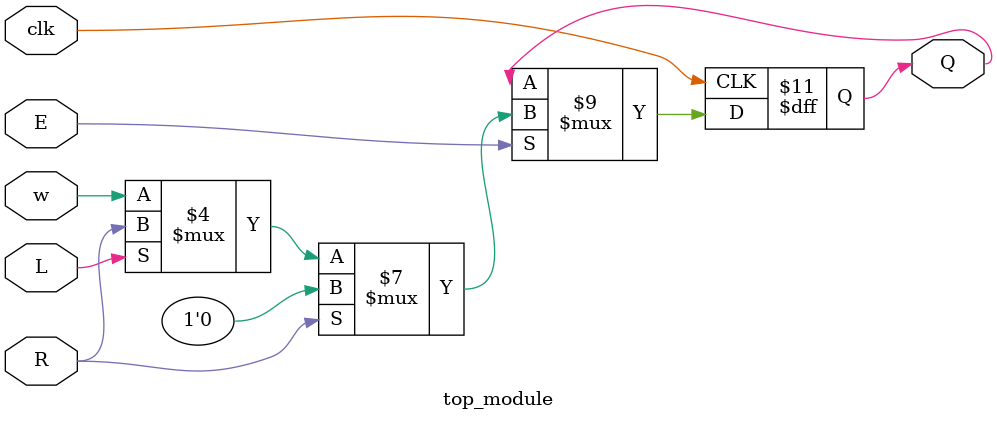
<source format=sv>
module top_module (
	input clk,
	input w,
	input R,
	input E,
	input L,
	output reg Q
);

	always @(posedge clk) begin
		if (E) begin
			if (R)
				Q <= 1'b0;
			else if (L)
				Q <= R;
			else
				Q <= w;
		end
		else begin
			Q <= Q;
		end
	end

endmodule

</source>
